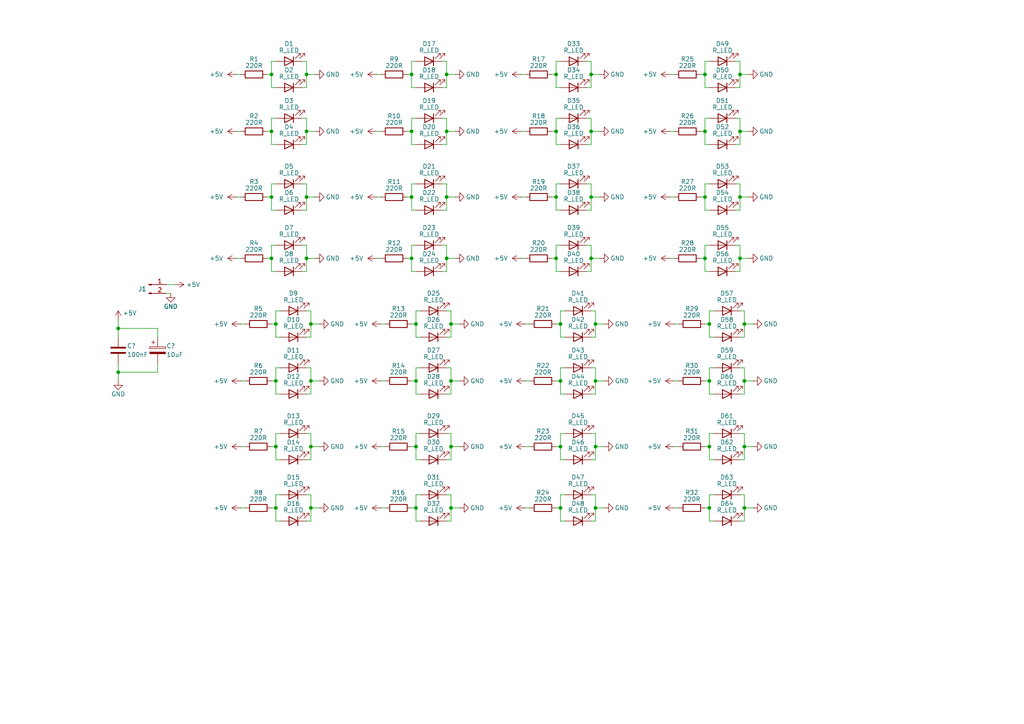
<source format=kicad_sch>
(kicad_sch (version 20231120) (generator "eeschema") (generator_version "8.0")
  (paper "A4")
  (junction (at 88.9 74.93))
  (junction (at 90.17 93.98))
  (junction (at 205.74 110.49))
  (junction (at 129.54 38.1))
  (junction (at 172.72 93.98))
  (junction (at 214.63 57.15))
  (junction (at 34.29 95.25))
  (junction (at 204.47 57.15))
  (junction (at 78.74 38.1))
  (junction (at 204.47 74.93))
  (junction (at 172.72 147.32))
  (junction (at 162.56 93.98))
  (junction (at 90.17 147.32))
  (junction (at 88.9 38.1))
  (junction (at 34.29 107.95))
  (junction (at 78.74 21.59))
  (junction (at 129.54 74.93))
  (junction (at 205.74 129.54))
  (junction (at 204.47 21.59))
  (junction (at 215.9 147.32))
  (junction (at 119.38 57.15))
  (junction (at 214.63 38.1))
  (junction (at 172.72 110.49))
  (junction (at 214.63 21.59))
  (junction (at 130.81 147.32))
  (junction (at 80.01 147.32))
  (junction (at 161.29 57.15))
  (junction (at 205.74 93.98))
  (junction (at 171.45 57.15))
  (junction (at 88.9 57.15))
  (junction (at 161.29 38.1))
  (junction (at 162.56 110.49))
  (junction (at 90.17 110.49))
  (junction (at 119.38 21.59))
  (junction (at 161.29 74.93))
  (junction (at 120.65 93.98))
  (junction (at 80.01 129.54))
  (junction (at 171.45 38.1))
  (junction (at 129.54 21.59))
  (junction (at 162.56 147.32))
  (junction (at 214.63 74.93))
  (junction (at 120.65 147.32))
  (junction (at 215.9 129.54))
  (junction (at 80.01 93.98))
  (junction (at 161.29 21.59))
  (junction (at 205.74 147.32))
  (junction (at 171.45 74.93))
  (junction (at 130.81 110.49))
  (junction (at 119.38 38.1))
  (junction (at 215.9 93.98))
  (junction (at 130.81 93.98))
  (junction (at 119.38 74.93))
  (junction (at 172.72 129.54))
  (junction (at 171.45 21.59))
  (junction (at 215.9 110.49))
  (junction (at 90.17 129.54))
  (junction (at 162.56 129.54))
  (junction (at 204.47 38.1))
  (junction (at 78.74 57.15))
  (junction (at 120.65 129.54))
  (junction (at 129.54 57.15))
  (junction (at 130.81 129.54))
  (junction (at 120.65 110.49))
  (junction (at 80.01 110.49))
  (junction (at 88.9 21.59))
  (junction (at 78.74 74.93))
  (wire (pts (xy 34.29 95.25) (xy 34.29 97.79)))
  (wire (pts (xy 129.54 41.91) (xy 128.27 41.91)))
  (wire (pts (xy 88.9 34.29) (xy 87.63 34.29)))
  (wire (pts (xy 80.01 93.98) (xy 80.01 97.79)))
  (wire (pts (xy 162.56 114.3) (xy 163.83 114.3)))
  (wire (pts (xy 130.81 93.98) (xy 133.35 93.98)))
  (wire (pts (xy 204.47 25.4) (xy 205.74 25.4)))
  (wire (pts (xy 204.47 57.15) (xy 204.47 53.34)))
  (wire (pts (xy 119.38 71.12) (xy 120.65 71.12)))
  (wire (pts (xy 205.74 129.54) (xy 205.74 125.73)))
  (wire (pts (xy 205.74 90.17) (xy 207.01 90.17)))
  (wire (pts (xy 214.63 53.34) (xy 213.36 53.34)))
  (wire (pts (xy 120.65 110.49) (xy 120.65 106.68)))
  (wire (pts (xy 80.01 147.32) (xy 80.01 143.51)))
  (wire (pts (xy 130.81 97.79) (xy 129.54 97.79)))
  (wire (pts (xy 172.72 114.3) (xy 171.45 114.3)))
  (wire (pts (xy 119.38 41.91) (xy 120.65 41.91)))
  (wire (pts (xy 34.29 92.71) (xy 34.29 95.25)))
  (wire (pts (xy 171.45 57.15) (xy 171.45 53.34)))
  (wire (pts (xy 129.54 71.12) (xy 128.27 71.12)))
  (wire (pts (xy 161.29 74.93) (xy 161.29 71.12)))
  (wire (pts (xy 171.45 21.59) (xy 171.45 17.78)))
  (wire (pts (xy 152.4 110.49) (xy 153.67 110.49)))
  (wire (pts (xy 120.65 93.98) (xy 120.65 90.17)))
  (wire (pts (xy 78.74 57.15) (xy 78.74 60.96)))
  (wire (pts (xy 215.9 133.35) (xy 214.63 133.35)))
  (wire (pts (xy 110.49 147.32) (xy 111.76 147.32)))
  (wire (pts (xy 129.54 74.93) (xy 129.54 78.74)))
  (wire (pts (xy 88.9 57.15) (xy 91.44 57.15)))
  (wire (pts (xy 78.74 21.59) (xy 78.74 25.4)))
  (wire (pts (xy 88.9 74.93) (xy 88.9 71.12)))
  (wire (pts (xy 130.81 110.49) (xy 133.35 110.49)))
  (wire (pts (xy 78.74 93.98) (xy 80.01 93.98)))
  (wire (pts (xy 120.65 133.35) (xy 121.92 133.35)))
  (wire (pts (xy 130.81 114.3) (xy 129.54 114.3)))
  (wire (pts (xy 214.63 74.93) (xy 217.17 74.93)))
  (wire (pts (xy 119.38 60.96) (xy 120.65 60.96)))
  (wire (pts (xy 78.74 129.54) (xy 80.01 129.54)))
  (wire (pts (xy 78.74 53.34) (xy 80.01 53.34)))
  (wire (pts (xy 204.47 21.59) (xy 204.47 17.78)))
  (wire (pts (xy 129.54 60.96) (xy 128.27 60.96)))
  (wire (pts (xy 205.74 129.54) (xy 205.74 133.35)))
  (wire (pts (xy 80.01 129.54) (xy 80.01 133.35)))
  (wire (pts (xy 215.9 114.3) (xy 214.63 114.3)))
  (wire (pts (xy 120.65 114.3) (xy 121.92 114.3)))
  (wire (pts (xy 162.56 93.98) (xy 162.56 97.79)))
  (wire (pts (xy 204.47 129.54) (xy 205.74 129.54)))
  (wire (pts (xy 160.02 57.15) (xy 161.29 57.15)))
  (wire (pts (xy 88.9 57.15) (xy 88.9 60.96)))
  (wire (pts (xy 80.01 110.49) (xy 80.01 106.68)))
  (wire (pts (xy 162.56 110.49) (xy 162.56 114.3)))
  (wire (pts (xy 214.63 57.15) (xy 217.17 57.15)))
  (wire (pts (xy 215.9 93.98) (xy 218.44 93.98)))
  (wire (pts (xy 119.38 57.15) (xy 119.38 53.34)))
  (wire (pts (xy 161.29 71.12) (xy 162.56 71.12)))
  (wire (pts (xy 78.74 147.32) (xy 80.01 147.32)))
  (wire (pts (xy 130.81 133.35) (xy 129.54 133.35)))
  (wire (pts (xy 162.56 129.54) (xy 162.56 133.35)))
  (wire (pts (xy 90.17 110.49) (xy 90.17 106.68)))
  (wire (pts (xy 171.45 78.74) (xy 170.18 78.74)))
  (wire (pts (xy 120.65 147.32) (xy 120.65 151.13)))
  (wire (pts (xy 171.45 53.34) (xy 170.18 53.34)))
  (wire (pts (xy 119.38 21.59) (xy 119.38 17.78)))
  (wire (pts (xy 90.17 129.54) (xy 90.17 125.73)))
  (wire (pts (xy 172.72 93.98) (xy 172.72 90.17)))
  (wire (pts (xy 90.17 129.54) (xy 90.17 133.35)))
  (wire (pts (xy 214.63 21.59) (xy 214.63 25.4)))
  (wire (pts (xy 69.85 147.32) (xy 71.12 147.32)))
  (wire (pts (xy 119.38 34.29) (xy 120.65 34.29)))
  (wire (pts (xy 204.47 38.1) (xy 204.47 34.29)))
  (wire (pts (xy 129.54 57.15) (xy 129.54 53.34)))
  (wire (pts (xy 129.54 57.15) (xy 132.08 57.15)))
  (wire (pts (xy 130.81 147.32) (xy 130.81 143.51)))
  (wire (pts (xy 88.9 41.91) (xy 87.63 41.91)))
  (wire (pts (xy 90.17 151.13) (xy 88.9 151.13)))
  (wire (pts (xy 205.74 147.32) (xy 205.74 151.13)))
  (wire (pts (xy 130.81 106.68) (xy 129.54 106.68)))
  (wire (pts (xy 120.65 93.98) (xy 120.65 97.79)))
  (wire (pts (xy 172.72 147.32) (xy 175.26 147.32)))
  (wire (pts (xy 129.54 38.1) (xy 129.54 41.91)))
  (wire (pts (xy 88.9 71.12) (xy 87.63 71.12)))
  (wire (pts (xy 214.63 71.12) (xy 213.36 71.12)))
  (wire (pts (xy 161.29 147.32) (xy 162.56 147.32)))
  (wire (pts (xy 161.29 53.34) (xy 162.56 53.34)))
  (wire (pts (xy 119.38 25.4) (xy 120.65 25.4)))
  (wire (pts (xy 161.29 41.91) (xy 162.56 41.91)))
  (wire (pts (xy 120.65 129.54) (xy 120.65 125.73)))
  (wire (pts (xy 109.22 21.59) (xy 110.49 21.59)))
  (wire (pts (xy 204.47 60.96) (xy 205.74 60.96)))
  (wire (pts (xy 78.74 74.93) (xy 78.74 71.12)))
  (wire (pts (xy 215.9 106.68) (xy 214.63 106.68)))
  (wire (pts (xy 172.72 147.32) (xy 172.72 143.51)))
  (wire (pts (xy 120.65 151.13) (xy 121.92 151.13)))
  (wire (pts (xy 78.74 38.1) (xy 78.74 34.29)))
  (wire (pts (xy 80.01 125.73) (xy 81.28 125.73)))
  (wire (pts (xy 80.01 93.98) (xy 80.01 90.17)))
  (wire (pts (xy 119.38 38.1) (xy 119.38 41.91)))
  (wire (pts (xy 80.01 151.13) (xy 81.28 151.13)))
  (wire (pts (xy 130.81 93.98) (xy 130.81 90.17)))
  (wire (pts (xy 34.29 107.95) (xy 34.29 105.41)))
  (wire (pts (xy 214.63 78.74) (xy 213.36 78.74)))
  (wire (pts (xy 161.29 57.15) (xy 161.29 60.96)))
  (wire (pts (xy 160.02 74.93) (xy 161.29 74.93)))
  (wire (pts (xy 152.4 93.98) (xy 153.67 93.98)))
  (wire (pts (xy 151.13 74.93) (xy 152.4 74.93)))
  (wire (pts (xy 69.85 129.54) (xy 71.12 129.54)))
  (wire (pts (xy 205.74 97.79) (xy 207.01 97.79)))
  (wire (pts (xy 204.47 147.32) (xy 205.74 147.32)))
  (wire (pts (xy 78.74 110.49) (xy 80.01 110.49)))
  (wire (pts (xy 215.9 110.49) (xy 215.9 106.68)))
  (wire (pts (xy 90.17 147.32) (xy 90.17 143.51)))
  (wire (pts (xy 130.81 147.32) (xy 133.35 147.32)))
  (wire (pts (xy 214.63 21.59) (xy 217.17 21.59)))
  (wire (pts (xy 129.54 38.1) (xy 129.54 34.29)))
  (wire (pts (xy 90.17 143.51) (xy 88.9 143.51)))
  (wire (pts (xy 119.38 74.93) (xy 119.38 71.12)))
  (wire (pts (xy 215.9 93.98) (xy 215.9 90.17)))
  (wire (pts (xy 204.47 41.91) (xy 205.74 41.91)))
  (wire (pts (xy 194.31 38.1) (xy 195.58 38.1)))
  (wire (pts (xy 171.45 57.15) (xy 171.45 60.96)))
  (wire (pts (xy 214.63 21.59) (xy 214.63 17.78)))
  (wire (pts (xy 171.45 34.29) (xy 170.18 34.29)))
  (wire (pts (xy 119.38 110.49) (xy 120.65 110.49)))
  (wire (pts (xy 90.17 93.98) (xy 92.71 93.98)))
  (wire (pts (xy 129.54 25.4) (xy 128.27 25.4)))
  (wire (pts (xy 120.65 125.73) (xy 121.92 125.73)))
  (wire (pts (xy 161.29 60.96) (xy 162.56 60.96)))
  (wire (pts (xy 161.29 74.93) (xy 161.29 78.74)))
  (wire (pts (xy 129.54 74.93) (xy 132.08 74.93)))
  (wire (pts (xy 171.45 41.91) (xy 170.18 41.91)))
  (wire (pts (xy 80.01 133.35) (xy 81.28 133.35)))
  (wire (pts (xy 172.72 110.49) (xy 175.26 110.49)))
  (wire (pts (xy 118.11 38.1) (xy 119.38 38.1)))
  (wire (pts (xy 88.9 17.78) (xy 87.63 17.78)))
  (wire (pts (xy 195.58 93.98) (xy 196.85 93.98)))
  (wire (pts (xy 172.72 143.51) (xy 171.45 143.51)))
  (wire (pts (xy 110.49 129.54) (xy 111.76 129.54)))
  (wire (pts (xy 203.2 38.1) (xy 204.47 38.1)))
  (wire (pts (xy 171.45 25.4) (xy 170.18 25.4)))
  (wire (pts (xy 162.56 147.32) (xy 162.56 151.13)))
  (wire (pts (xy 194.31 57.15) (xy 195.58 57.15)))
  (wire (pts (xy 50.8 82.55) (xy 48.26 82.55)))
  (wire (pts (xy 80.01 106.68) (xy 81.28 106.68)))
  (wire (pts (xy 68.58 21.59) (xy 69.85 21.59)))
  (wire (pts (xy 161.29 38.1) (xy 161.29 34.29)))
  (wire (pts (xy 130.81 110.49) (xy 130.81 114.3)))
  (wire (pts (xy 119.38 21.59) (xy 119.38 25.4)))
  (wire (pts (xy 129.54 78.74) (xy 128.27 78.74)))
  (wire (pts (xy 172.72 93.98) (xy 172.72 97.79)))
  (wire (pts (xy 214.63 60.96) (xy 213.36 60.96)))
  (wire (pts (xy 119.38 74.93) (xy 119.38 78.74)))
  (wire (pts (xy 215.9 129.54) (xy 215.9 125.73)))
  (wire (pts (xy 215.9 93.98) (xy 215.9 97.79)))
  (wire (pts (xy 78.74 17.78) (xy 80.01 17.78)))
  (wire (pts (xy 171.45 57.15) (xy 173.99 57.15)))
  (wire (pts (xy 110.49 110.49) (xy 111.76 110.49)))
  (wire (pts (xy 205.74 110.49) (xy 205.74 114.3)))
  (wire (pts (xy 78.74 25.4) (xy 80.01 25.4)))
  (wire (pts (xy 49.53 85.09) (xy 48.26 85.09)))
  (wire (pts (xy 110.49 93.98) (xy 111.76 93.98)))
  (wire (pts (xy 129.54 21.59) (xy 132.08 21.59)))
  (wire (pts (xy 78.74 41.91) (xy 80.01 41.91)))
  (wire (pts (xy 119.38 78.74) (xy 120.65 78.74)))
  (wire (pts (xy 205.74 114.3) (xy 207.01 114.3)))
  (wire (pts (xy 214.63 38.1) (xy 214.63 41.91)))
  (wire (pts (xy 162.56 93.98) (xy 162.56 90.17)))
  (wire (pts (xy 215.9 147.32) (xy 218.44 147.32)))
  (wire (pts (xy 214.63 38.1) (xy 214.63 34.29)))
  (wire (pts (xy 90.17 147.32) (xy 92.71 147.32)))
  (wire (pts (xy 119.38 147.32) (xy 120.65 147.32)))
  (wire (pts (xy 171.45 38.1) (xy 171.45 34.29)))
  (wire (pts (xy 90.17 90.17) (xy 88.9 90.17)))
  (wire (pts (xy 215.9 97.79) (xy 214.63 97.79)))
  (wire (pts (xy 151.13 57.15) (xy 152.4 57.15)))
  (wire (pts (xy 171.45 60.96) (xy 170.18 60.96)))
  (wire (pts (xy 204.47 71.12) (xy 205.74 71.12)))
  (wire (pts (xy 205.74 93.98) (xy 205.74 90.17)))
  (wire (pts (xy 205.74 110.49) (xy 205.74 106.68)))
  (wire (pts (xy 162.56 133.35) (xy 163.83 133.35)))
  (wire (pts (xy 118.11 21.59) (xy 119.38 21.59)))
  (wire (pts (xy 90.17 125.73) (xy 88.9 125.73)))
  (wire (pts (xy 204.47 78.74) (xy 205.74 78.74)))
  (wire (pts (xy 161.29 38.1) (xy 161.29 41.91)))
  (wire (pts (xy 129.54 21.59) (xy 129.54 17.78)))
  (wire (pts (xy 215.9 147.32) (xy 215.9 143.51)))
  (wire (pts (xy 214.63 57.15) (xy 214.63 53.34)))
  (wire (pts (xy 119.38 57.15) (xy 119.38 60.96)))
  (wire (pts (xy 162.56 129.54) (xy 162.56 125.73)))
  (wire (pts (xy 130.81 90.17) (xy 129.54 90.17)))
  (wire (pts (xy 90.17 106.68) (xy 88.9 106.68)))
  (wire (pts (xy 214.63 74.93) (xy 214.63 78.74)))
  (wire (pts (xy 78.74 38.1) (xy 78.74 41.91)))
  (wire (pts (xy 214.63 17.78) (xy 213.36 17.78)))
  (wire (pts (xy 215.9 110.49) (xy 215.9 114.3)))
  (wire (pts (xy 172.72 133.35) (xy 171.45 133.35)))
  (wire (pts (xy 214.63 38.1) (xy 217.17 38.1)))
  (wire (pts (xy 172.72 129.54) (xy 172.72 125.73)))
  (wire (pts (xy 130.81 129.54) (xy 130.81 133.35)))
  (wire (pts (xy 119.38 93.98) (xy 120.65 93.98)))
  (wire (pts (xy 214.63 74.93) (xy 214.63 71.12)))
  (wire (pts (xy 215.9 151.13) (xy 214.63 151.13)))
  (wire (pts (xy 204.47 57.15) (xy 204.47 60.96)))
  (wire (pts (xy 129.54 53.34) (xy 128.27 53.34)))
  (wire (pts (xy 161.29 129.54) (xy 162.56 129.54)))
  (wire (pts (xy 120.65 106.68) (xy 121.92 106.68)))
  (wire (pts (xy 78.74 57.15) (xy 78.74 53.34)))
  (wire (pts (xy 120.65 147.32) (xy 120.65 143.51)))
  (wire (pts (xy 203.2 21.59) (xy 204.47 21.59)))
  (wire (pts (xy 205.74 93.98) (xy 205.74 97.79)))
  (wire (pts (xy 120.65 97.79) (xy 121.92 97.79)))
  (wire (pts (xy 69.85 93.98) (xy 71.12 93.98)))
  (wire (pts (xy 203.2 74.93) (xy 204.47 74.93)))
  (wire (pts (xy 161.29 21.59) (xy 161.29 25.4)))
  (wire (pts (xy 88.9 38.1) (xy 88.9 41.91)))
  (wire (pts (xy 161.29 110.49) (xy 162.56 110.49)))
  (wire (pts (xy 172.72 125.73) (xy 171.45 125.73)))
  (wire (pts (xy 215.9 129.54) (xy 215.9 133.35)))
  (wire (pts (xy 160.02 21.59) (xy 161.29 21.59)))
  (wire (pts (xy 152.4 129.54) (xy 153.67 129.54)))
  (wire (pts (xy 204.47 74.93) (xy 204.47 71.12)))
  (wire (pts (xy 161.29 17.78) (xy 162.56 17.78)))
  (wire (pts (xy 204.47 17.78) (xy 205.74 17.78)))
  (wire (pts (xy 130.81 129.54) (xy 130.81 125.73)))
  (wire (pts (xy 171.45 38.1) (xy 173.99 38.1)))
  (wire (pts (xy 129.54 57.15) (xy 129.54 60.96)))
  (wire (pts (xy 172.72 110.49) (xy 172.72 106.68)))
  (wire (pts (xy 160.02 38.1) (xy 161.29 38.1)))
  (wire (pts (xy 90.17 97.79) (xy 88.9 97.79)))
  (wire (pts (xy 172.72 97.79) (xy 171.45 97.79)))
  (wire (pts (xy 162.56 106.68) (xy 163.83 106.68)))
  (wire (pts (xy 118.11 74.93) (xy 119.38 74.93)))
  (wire (pts (xy 129.54 17.78) (xy 128.27 17.78)))
  (wire (pts (xy 172.72 93.98) (xy 175.26 93.98)))
  (wire (pts (xy 129.54 21.59) (xy 129.54 25.4)))
  (wire (pts (xy 34.29 107.95) (xy 45.72 107.95)))
  (wire (pts (xy 215.9 143.51) (xy 214.63 143.51)))
  (wire (pts (xy 203.2 57.15) (xy 204.47 57.15)))
  (wire (pts (xy 90.17 110.49) (xy 90.17 114.3)))
  (wire (pts (xy 172.72 110.49) (xy 172.72 114.3)))
  (wire (pts (xy 45.72 97.79) (xy 45.72 95.25)))
  (wire (pts (xy 80.01 97.79) (xy 81.28 97.79)))
  (wire (pts (xy 88.9 21.59) (xy 88.9 17.78)))
  (wire (pts (xy 119.38 53.34) (xy 120.65 53.34)))
  (wire (pts (xy 88.9 53.34) (xy 87.63 53.34)))
  (wire (pts (xy 205.74 147.32) (xy 205.74 143.51)))
  (wire (pts (xy 215.9 90.17) (xy 214.63 90.17)))
  (wire (pts (xy 68.58 38.1) (xy 69.85 38.1)))
  (wire (pts (xy 161.29 57.15) (xy 161.29 53.34)))
  (wire (pts (xy 171.45 71.12) (xy 170.18 71.12)))
  (wire (pts (xy 195.58 147.32) (xy 196.85 147.32)))
  (wire (pts (xy 90.17 110.49) (xy 92.71 110.49)))
  (wire (pts (xy 162.56 143.51) (xy 163.83 143.51)))
  (wire (pts (xy 118.11 57.15) (xy 119.38 57.15)))
  (wire (pts (xy 172.72 106.68) (xy 171.45 106.68)))
  (wire (pts (xy 204.47 38.1) (xy 204.47 41.91)))
  (wire (pts (xy 119.38 17.78) (xy 120.65 17.78)))
  (wire (pts (xy 162.56 90.17) (xy 163.83 90.17)))
  (wire (pts (xy 214.63 34.29) (xy 213.36 34.29)))
  (wire (pts (xy 109.22 57.15) (xy 110.49 57.15)))
  (wire (pts (xy 78.74 71.12) (xy 80.01 71.12)))
  (wire (pts (xy 88.9 21.59) (xy 91.44 21.59)))
  (wire (pts (xy 162.56 97.79) (xy 163.83 97.79)))
  (wire (pts (xy 130.81 143.51) (xy 129.54 143.51)))
  (wire (pts (xy 130.81 110.49) (xy 130.81 106.68)))
  (wire (pts (xy 171.45 74.93) (xy 171.45 78.74)))
  (wire (pts (xy 77.47 74.93) (xy 78.74 74.93)))
  (wire (pts (xy 195.58 129.54) (xy 196.85 129.54)))
  (wire (pts (xy 109.22 74.93) (xy 110.49 74.93)))
  (wire (pts (xy 172.72 90.17) (xy 171.45 90.17)))
  (wire (pts (xy 215.9 110.49) (xy 218.44 110.49)))
  (wire (pts (xy 161.29 34.29) (xy 162.56 34.29)))
  (wire (pts (xy 129.54 38.1) (xy 132.08 38.1)))
  (wire (pts (xy 215.9 147.32) (xy 215.9 151.13)))
  (wire (pts (xy 151.13 21.59) (xy 152.4 21.59)))
  (wire (pts (xy 77.47 57.15) (xy 78.74 57.15)))
  (wire (pts (xy 88.9 38.1) (xy 88.9 34.29)))
  (wire (pts (xy 78.74 74.93) (xy 78.74 78.74)))
  (wire (pts (xy 205.74 133.35) (xy 207.01 133.35)))
  (wire (pts (xy 161.29 93.98) (xy 162.56 93.98)))
  (wire (pts (xy 161.29 25.4) (xy 162.56 25.4)))
  (wire (pts (xy 205.74 106.68) (xy 207.01 106.68)))
  (wire (pts (xy 34.29 110.49) (xy 34.29 107.95)))
  (wire (pts (xy 78.74 21.59) (xy 78.74 17.78)))
  (wire (pts (xy 80.01 143.51) (xy 81.28 143.51)))
  (wire (pts (xy 172.72 129.54) (xy 172.72 133.35)))
  (wire (pts (xy 68.58 57.15) (xy 69.85 57.15)))
  (wire (pts (xy 90.17 129.54) (xy 92.71 129.54)))
  (wire (pts (xy 171.45 74.93) (xy 173.99 74.93)))
  (wire (pts (xy 80.01 147.32) (xy 80.01 151.13)))
  (wire (pts (xy 119.38 129.54) (xy 120.65 129.54)))
  (wire (pts (xy 90.17 147.32) (xy 90.17 151.13)))
  (wire (pts (xy 90.17 133.35) (xy 88.9 133.35)))
  (wire (pts (xy 172.72 129.54) (xy 175.26 129.54)))
  (wire (pts (xy 129.54 34.29) (xy 128.27 34.29)))
  (wire (pts (xy 205.74 125.73) (xy 207.01 125.73)))
  (wire (pts (xy 34.29 95.25) (xy 45.72 95.25)))
  (wire (pts (xy 119.38 38.1) (xy 119.38 34.29)))
  (wire (pts (xy 161.29 78.74) (xy 162.56 78.74)))
  (wire (pts (xy 215.9 129.54) (xy 218.44 129.54)))
  (wire (pts (xy 78.74 60.96) (xy 80.01 60.96)))
  (wire (pts (xy 109.22 38.1) (xy 110.49 38.1)))
  (wire (pts (xy 88.9 78.74) (xy 87.63 78.74)))
  (wire (pts (xy 171.45 74.93) (xy 171.45 71.12)))
  (wire (pts (xy 120.65 90.17) (xy 121.92 90.17)))
  (wire (pts (xy 120.65 143.51) (xy 121.92 143.51)))
  (wire (pts (xy 80.01 110.49) (xy 80.01 114.3)))
  (wire (pts (xy 205.74 143.51) (xy 207.01 143.51)))
  (wire (pts (xy 120.65 110.49) (xy 120.65 114.3)))
  (wire (pts (xy 129.54 74.93) (xy 129.54 71.12)))
  (wire (pts (xy 215.9 125.73) (xy 214.63 125.73)))
  (wire (pts (xy 204.47 110.49) (xy 205.74 110.49)))
  (wire (pts (xy 162.56 110.49) (xy 162.56 106.68)))
  (wire (pts (xy 214.63 57.15) (xy 214.63 60.96)))
  (wire (pts (xy 88.9 74.93) (xy 91.44 74.93)))
  (wire (pts (xy 80.01 90.17) (xy 81.28 90.17)))
  (wire (pts (xy 171.45 21.59) (xy 173.99 21.59)))
  (wire (pts (xy 88.9 25.4) (xy 87.63 25.4)))
  (wire (pts (xy 204.47 34.29) (xy 205.74 34.29)))
  (wire (pts (xy 151.13 38.1) (xy 152.4 38.1)))
  (wire (pts (xy 88.9 74.93) (xy 88.9 78.74)))
  (wire (pts (xy 130.81 147.32) (xy 130.81 151.13)))
  (wire (pts (xy 214.63 25.4) (xy 213.36 25.4)))
  (wire (pts (xy 195.58 110.49) (xy 196.85 110.49)))
  (wire (pts (xy 204.47 93.98) (xy 205.74 93.98)))
  (wire (pts (xy 194.31 74.93) (xy 195.58 74.93)))
  (wire (pts (xy 204.47 21.59) (xy 204.47 25.4)))
  (wire (pts (xy 204.47 53.34) (xy 205.74 53.34)))
  (wire (pts (xy 162.56 125.73) (xy 163.83 125.73)))
  (wire (pts (xy 78.74 78.74) (xy 80.01 78.74)))
  (wire (pts (xy 162.56 151.13) (xy 163.83 151.13)))
  (wire (pts (xy 78.74 34.29) (xy 80.01 34.29)))
  (wire (pts (xy 171.45 38.1) (xy 171.45 41.91)))
  (wire (pts (xy 152.4 147.32) (xy 153.67 147.32)))
  (wire (pts (xy 77.47 21.59) (xy 78.74 21.59)))
  (wire (pts (xy 69.85 110.49) (xy 71.12 110.49)))
  (wire (pts (xy 77.47 38.1) (xy 78.74 38.1)))
  (wire (pts (xy 130.81 151.13) (xy 129.54 151.13)))
  (wire (pts (xy 68.58 74.93) (xy 69.85 74.93)))
  (wire (pts (xy 161.29 21.59) (xy 161.29 17.78)))
  (wire (pts (xy 171.45 21.59) (xy 171.45 25.4)))
  (wire (pts (xy 130.81 129.54) (xy 133.35 129.54)))
  (wire (pts (xy 90.17 93.98) (xy 90.17 90.17)))
  (wire (pts (xy 90.17 114.3) (xy 88.9 114.3)))
  (wire (pts (xy 88.9 57.15) (xy 88.9 53.34)))
  (wire (pts (xy 120.65 129.54) (xy 120.65 133.35)))
  (wire (pts (xy 80.01 129.54) (xy 80.01 125.73)))
  (wire (pts (xy 205.74 151.13) (xy 207.01 151.13)))
  (wire (pts (xy 162.56 147.32) (xy 162.56 143.51)))
  (wire (pts (xy 204.47 74.93) (xy 204.47 78.74)))
  (wire (pts (xy 80.01 114.3) (xy 81.28 114.3)))
  (wire (pts (xy 88.9 60.96) (xy 87.63 60.96)))
  (wire (pts (xy 214.63 41.91) (xy 213.36 41.91)))
  (wire (pts (xy 45.72 105.41) (xy 45.72 107.95)))
  (wire (pts (xy 88.9 38.1) (xy 91.44 38.1)))
  (wire (pts (xy 171.45 17.78) (xy 170.18 17.78)))
  (wire (pts (xy 172.72 151.13) (xy 171.45 151.13)))
  (wire (pts (xy 90.17 93.98) (xy 90.17 97.79)))
  (wire (pts (xy 172.72 147.32) (xy 172.72 151.13)))
  (wire (pts (xy 130.81 93.98) (xy 130.81 97.79)))
  (wire (pts (xy 194.31 21.59) (xy 195.58 21.59)))
  (wire (pts (xy 88.9 21.59) (xy 88.9 25.4)))
  (wire (pts (xy 130.81 125.73) (xy 129.54 125.73)))
  (symbol (lib_id "Device:R") (at 114.3 38.1 90) (unit 1)
    (property "Reference" "R10" (at 114.3 33.655 90))
    (property "Value" "220R" (at 114.3 35.56 90))
    (property "Footprint" "Resistor_SMD:R_0805_2012Metric_Pad1.20x1.40mm_HandSolder" (effects (hide yes)))
    (property "Description" "Resistor" (effects (hide yes)))
  )
  (symbol (lib_id "Device:R") (at 74.93 129.54 90) (unit 1)
    (property "Reference" "R7" (at 74.93 125.095 90))
    (property "Value" "220R" (at 74.93 127 90))
    (property "Footprint" "Resistor_SMD:R_0805_2012Metric_Pad1.20x1.40mm_HandSolder" (effects (hide yes)))
    (property "Description" "Resistor" (effects (hide yes)))
  )
  (symbol (lib_id "Device:LED") (at 167.64 106.68 180) (unit 1)
    (property "Reference" "D43" (at 167.64 101.6 0))
    (property "Value" "R_LED" (at 167.64 103.505 0))
    (property "Footprint" "LED_SMD:LED_0805_2012Metric_Pad1.15x1.40mm_HandSolder" (effects (hide yes)))
    (property "Description" "Light emitting diode" (effects (hide yes)))
  )
  (symbol (lib_id "power:GND") (at 91.44 57.15 90) (unit 1)
    (property "Reference" "#PWR013" (effects (hide yes)))
    (property "Value" "GND" (at 96.52 57.15 90))
    (property "Description" "Power symbol creates a global label with name \"GND\" , ground" (effects (hide yes)))
  )
  (symbol (lib_id "Device:LED") (at 209.55 78.74 180) (unit 1)
    (property "Reference" "D56" (at 209.55 73.66 0))
    (property "Value" "R_LED" (at 209.55 75.565 0))
    (property "Footprint" "LED_SMD:LED_0805_2012Metric_Pad1.15x1.40mm_HandSolder" (effects (hide yes)))
    (property "Description" "Light emitting diode" (effects (hide yes)))
  )
  (symbol (lib_id "power:GND") (at 132.08 38.1 90) (unit 1)
    (property "Reference" "#PWR028" (effects (hide yes)))
    (property "Value" "GND" (at 137.16 38.1 90))
    (property "Description" "Power symbol creates a global label with name \"GND\" , ground" (effects (hide yes)))
  )
  (symbol (lib_id "Device:LED") (at 209.55 60.96 180) (unit 1)
    (property "Reference" "D54" (at 209.55 55.88 0))
    (property "Value" "R_LED" (at 209.55 57.785 0))
    (property "Footprint" "LED_SMD:LED_0805_2012Metric_Pad1.15x1.40mm_HandSolder" (effects (hide yes)))
    (property "Description" "Light emitting diode" (effects (hide yes)))
  )
  (symbol (lib_id "Device:LED") (at 85.09 151.13 180) (unit 1)
    (property "Reference" "D16" (at 85.09 146.05 0))
    (property "Value" "R_LED" (at 85.09 147.955 0))
    (property "Footprint" "LED_SMD:LED_0805_2012Metric_Pad1.15x1.40mm_HandSolder" (effects (hide yes)))
    (property "Description" "Light emitting diode" (effects (hide yes)))
  )
  (symbol (lib_id "Device:R") (at 157.48 147.32 90) (unit 1)
    (property "Reference" "R24" (at 157.48 142.875 90))
    (property "Value" "220R" (at 157.48 144.78 90))
    (property "Footprint" "Resistor_SMD:R_0805_2012Metric_Pad1.20x1.40mm_HandSolder" (effects (hide yes)))
    (property "Description" "Resistor" (effects (hide yes)))
  )
  (symbol (lib_id "Device:R") (at 114.3 57.15 90) (unit 1)
    (property "Reference" "R11" (at 114.3 52.705 90))
    (property "Value" "220R" (at 114.3 54.61 90))
    (property "Footprint" "Resistor_SMD:R_0805_2012Metric_Pad1.20x1.40mm_HandSolder" (effects (hide yes)))
    (property "Description" "Resistor" (effects (hide yes)))
  )
  (symbol (lib_id "Device:R") (at 74.93 147.32 90) (unit 1)
    (property "Reference" "R8" (at 74.93 142.875 90))
    (property "Value" "220R" (at 74.93 144.78 90))
    (property "Footprint" "Resistor_SMD:R_0805_2012Metric_Pad1.20x1.40mm_HandSolder" (effects (hide yes)))
    (property "Description" "Resistor" (effects (hide yes)))
  )
  (symbol (lib_id "power:GND") (at 133.35 147.32 90) (unit 1)
    (property "Reference" "#PWR034" (effects (hide yes)))
    (property "Value" "GND" (at 138.43 147.32 90))
    (property "Description" "Power symbol creates a global label with name \"GND\" , ground" (effects (hide yes)))
  )
  (symbol (lib_id "power:GND") (at 133.35 129.54 90) (unit 1)
    (property "Reference" "#PWR033" (effects (hide yes)))
    (property "Value" "GND" (at 138.43 129.54 90))
    (property "Description" "Power symbol creates a global label with name \"GND\" , ground" (effects (hide yes)))
  )
  (symbol (lib_id "Device:R") (at 115.57 147.32 90) (unit 1)
    (property "Reference" "R16" (at 115.57 142.875 90))
    (property "Value" "220R" (at 115.57 144.78 90))
    (property "Footprint" "Resistor_SMD:R_0805_2012Metric_Pad1.20x1.40mm_HandSolder" (effects (hide yes)))
    (property "Description" "Resistor" (effects (hide yes)))
  )
  (symbol (lib_id "Device:LED") (at 83.82 53.34 180) (unit 1)
    (property "Reference" "D5" (at 83.82 48.26 0))
    (property "Value" "R_LED" (at 83.82 50.165 0))
    (property "Footprint" "LED_SMD:LED_0805_2012Metric_Pad1.15x1.40mm_HandSolder" (effects (hide yes)))
    (property "Description" "Light emitting diode" (effects (hide yes)))
  )
  (symbol (lib_id "Device:R") (at 156.21 74.93 90) (unit 1)
    (property "Reference" "R20" (at 156.21 70.485 90))
    (property "Value" "220R" (at 156.21 72.39 90))
    (property "Footprint" "Resistor_SMD:R_0805_2012Metric_Pad1.20x1.40mm_HandSolder" (effects (hide yes)))
    (property "Description" "Resistor" (effects (hide yes)))
  )
  (symbol (lib_id "power:+5V") (at 151.13 21.59 90) (unit 1)
    (property "Reference" "#PWR035" (effects (hide yes)))
    (property "Value" "+5V" (at 147.32 21.5899 90) (effects (justify left)))
    (property "Description" "Power symbol creates a global label with name \"+5V\"" (effects (hide yes)))
  )
  (symbol (lib_id "Device:R") (at 115.57 110.49 90) (unit 1)
    (property "Reference" "R14" (at 115.57 106.045 90))
    (property "Value" "220R" (at 115.57 107.95 90))
    (property "Footprint" "Resistor_SMD:R_0805_2012Metric_Pad1.20x1.40mm_HandSolder" (effects (hide yes)))
    (property "Description" "Resistor" (effects (hide yes)))
  )
  (symbol (lib_id "Device:LED") (at 124.46 60.96 180) (unit 1)
    (property "Reference" "D22" (at 124.46 55.88 0))
    (property "Value" "R_LED" (at 124.46 57.785 0))
    (property "Footprint" "LED_SMD:LED_0805_2012Metric_Pad1.15x1.40mm_HandSolder" (effects (hide yes)))
    (property "Description" "Light emitting diode" (effects (hide yes)))
  )
  (symbol (lib_id "Device:LED") (at 85.09 90.17 180) (unit 1)
    (property "Reference" "D9" (at 85.09 85.09 0))
    (property "Value" "R_LED" (at 85.09 86.995 0))
    (property "Footprint" "LED_SMD:LED_0805_2012Metric_Pad1.15x1.40mm_HandSolder" (effects (hide yes)))
    (property "Description" "Light emitting diode" (effects (hide yes)))
  )
  (symbol (lib_id "power:+5V") (at 69.85 93.98 90) (unit 1)
    (property "Reference" "#PWR07" (effects (hide yes)))
    (property "Value" "+5V" (at 66.04 93.9799 90) (effects (justify left)))
    (property "Description" "Power symbol creates a global label with name \"+5V\"" (effects (hide yes)))
  )
  (symbol (lib_id "power:GND") (at 218.44 93.98 90) (unit 1)
    (property "Reference" "#PWR063" (effects (hide yes)))
    (property "Value" "GND" (at 223.52 93.98 90))
    (property "Description" "Power symbol creates a global label with name \"GND\" , ground" (effects (hide yes)))
  )
  (symbol (lib_id "Device:R") (at 115.57 129.54 90) (unit 1)
    (property "Reference" "R15" (at 115.57 125.095 90))
    (property "Value" "220R" (at 115.57 127 90))
    (property "Footprint" "Resistor_SMD:R_0805_2012Metric_Pad1.20x1.40mm_HandSolder" (effects (hide yes)))
    (property "Description" "Resistor" (effects (hide yes)))
  )
  (symbol (lib_id "Device:C") (at 34.29 101.6 0) (unit 1)
    (property "Reference" "C?" (at 36.83 100.33 0) (effects (justify left)))
    (property "Value" "100nF" (at 36.83 102.87 0) (effects (justify left)))
    (property "Footprint" "Capacitor_SMD:C_0805_2012Metric_Pad1.18x1.45mm_HandSolder" (effects (hide yes)))
    (property "Description" "Unpolarized capacitor" (effects (hide yes)))
  )
  (symbol (lib_id "Device:LED") (at 166.37 17.78 180) (unit 1)
    (property "Reference" "D33" (at 166.37 12.7 0))
    (property "Value" "R_LED" (at 166.37 14.605 0))
    (property "Footprint" "LED_SMD:LED_0805_2012Metric_Pad1.15x1.40mm_HandSolder" (effects (hide yes)))
    (property "Description" "Light emitting diode" (effects (hide yes)))
  )
  (symbol (lib_id "Device:C_Polarized") (at 45.72 101.6 0) (unit 1)
    (property "Reference" "C?" (at 48.26 100.33 0) (effects (justify left)))
    (property "Value" "10uF" (at 48.26 102.87 0) (effects (justify left)))
    (property "Footprint" "Capacitor_Tantalum_SMD:CP_EIA-3216-18_Kemet-A_Pad1.58x1.35mm_HandSolder" (effects (hide yes)))
    (property "Description" "Polarized capacitor" (effects (hide yes)))
  )
  (symbol (lib_id "Device:LED") (at 166.37 71.12 180) (unit 1)
    (property "Reference" "D39" (at 166.37 66.04 0))
    (property "Value" "R_LED" (at 166.37 67.945 0))
    (property "Footprint" "LED_SMD:LED_0805_2012Metric_Pad1.15x1.40mm_HandSolder" (effects (hide yes)))
    (property "Description" "Light emitting diode" (effects (hide yes)))
  )
  (symbol (lib_id "Device:LED") (at 85.09 125.73 180) (unit 1)
    (property "Reference" "D13" (at 85.09 120.65 0))
    (property "Value" "R_LED" (at 85.09 122.555 0))
    (property "Footprint" "LED_SMD:LED_0805_2012Metric_Pad1.15x1.40mm_HandSolder" (effects (hide yes)))
    (property "Description" "Light emitting diode" (effects (hide yes)))
  )
  (symbol (lib_id "Device:LED") (at 166.37 60.96 180) (unit 1)
    (property "Reference" "D38" (at 166.37 55.88 0))
    (property "Value" "R_LED" (at 166.37 57.785 0))
    (property "Footprint" "LED_SMD:LED_0805_2012Metric_Pad1.15x1.40mm_HandSolder" (effects (hide yes)))
    (property "Description" "Light emitting diode" (effects (hide yes)))
  )
  (symbol (lib_id "power:+5V") (at 68.58 21.59 90) (unit 1)
    (property "Reference" "#PWR03" (effects (hide yes)))
    (property "Value" "+5V" (at 64.77 21.5899 90) (effects (justify left)))
    (property "Description" "Power symbol creates a global label with name \"+5V\"" (effects (hide yes)))
  )
  (symbol (lib_id "power:+5V") (at 68.58 38.1 90) (unit 1)
    (property "Reference" "#PWR04" (effects (hide yes)))
    (property "Value" "+5V" (at 64.77 38.0999 90) (effects (justify left)))
    (property "Description" "Power symbol creates a global label with name \"+5V\"" (effects (hide yes)))
  )
  (symbol (lib_id "Device:LED") (at 210.82 143.51 180) (unit 1)
    (property "Reference" "D63" (at 210.82 138.43 0))
    (property "Value" "R_LED" (at 210.82 140.335 0))
    (property "Footprint" "LED_SMD:LED_0805_2012Metric_Pad1.15x1.40mm_HandSolder" (effects (hide yes)))
    (property "Description" "Light emitting diode" (effects (hide yes)))
  )
  (symbol (lib_id "Device:LED") (at 125.73 90.17 180) (unit 1)
    (property "Reference" "D25" (at 125.73 85.09 0))
    (property "Value" "R_LED" (at 125.73 86.995 0))
    (property "Footprint" "LED_SMD:LED_0805_2012Metric_Pad1.15x1.40mm_HandSolder" (effects (hide yes)))
    (property "Description" "Light emitting diode" (effects (hide yes)))
  )
  (symbol (lib_id "power:+5V") (at 151.13 57.15 90) (unit 1)
    (property "Reference" "#PWR037" (effects (hide yes)))
    (property "Value" "+5V" (at 147.32 57.1499 90) (effects (justify left)))
    (property "Description" "Power symbol creates a global label with name \"+5V\"" (effects (hide yes)))
  )
  (symbol (lib_id "power:+5V") (at 109.22 57.15 90) (unit 1)
    (property "Reference" "#PWR021" (effects (hide yes)))
    (property "Value" "+5V" (at 105.41 57.1499 90) (effects (justify left)))
    (property "Description" "Power symbol creates a global label with name \"+5V\"" (effects (hide yes)))
  )
  (symbol (lib_id "Device:LED") (at 124.46 71.12 180) (unit 1)
    (property "Reference" "D23" (at 124.46 66.04 0))
    (property "Value" "R_LED" (at 124.46 67.945 0))
    (property "Footprint" "LED_SMD:LED_0805_2012Metric_Pad1.15x1.40mm_HandSolder" (effects (hide yes)))
    (property "Description" "Light emitting diode" (effects (hide yes)))
  )
  (symbol (lib_id "Device:R") (at 114.3 74.93 90) (unit 1)
    (property "Reference" "R12" (at 114.3 70.485 90))
    (property "Value" "220R" (at 114.3 72.39 90))
    (property "Footprint" "Resistor_SMD:R_0805_2012Metric_Pad1.20x1.40mm_HandSolder" (effects (hide yes)))
    (property "Description" "Resistor" (effects (hide yes)))
  )
  (symbol (lib_id "Device:LED") (at 167.64 151.13 180) (unit 1)
    (property "Reference" "D48" (at 167.64 146.05 0))
    (property "Value" "R_LED" (at 167.64 147.955 0))
    (property "Footprint" "LED_SMD:LED_0805_2012Metric_Pad1.15x1.40mm_HandSolder" (effects (hide yes)))
    (property "Description" "Light emitting diode" (effects (hide yes)))
  )
  (symbol (lib_id "Device:LED") (at 210.82 114.3 180) (unit 1)
    (property "Reference" "D60" (at 210.82 109.22 0))
    (property "Value" "R_LED" (at 210.82 111.125 0))
    (property "Footprint" "LED_SMD:LED_0805_2012Metric_Pad1.15x1.40mm_HandSolder" (effects (hide yes)))
    (property "Description" "Light emitting diode" (effects (hide yes)))
  )
  (symbol (lib_id "Device:LED") (at 85.09 133.35 180) (unit 1)
    (property "Reference" "D14" (at 85.09 128.27 0))
    (property "Value" "R_LED" (at 85.09 130.175 0))
    (property "Footprint" "LED_SMD:LED_0805_2012Metric_Pad1.15x1.40mm_HandSolder" (effects (hide yes)))
    (property "Description" "Light emitting diode" (effects (hide yes)))
  )
  (symbol (lib_id "power:GND") (at 175.26 110.49 90) (unit 1)
    (property "Reference" "#PWR048" (effects (hide yes)))
    (property "Value" "GND" (at 180.34 110.49 90))
    (property "Description" "Power symbol creates a global label with name \"GND\" , ground" (effects (hide yes)))
  )
  (symbol (lib_id "Device:R") (at 157.48 129.54 90) (unit 1)
    (property "Reference" "R23" (at 157.48 125.095 90))
    (property "Value" "220R" (at 157.48 127 90))
    (property "Footprint" "Resistor_SMD:R_0805_2012Metric_Pad1.20x1.40mm_HandSolder" (effects (hide yes)))
    (property "Description" "Resistor" (effects (hide yes)))
  )
  (symbol (lib_id "Device:R") (at 199.39 74.93 90) (unit 1)
    (property "Reference" "R28" (at 199.39 70.485 90))
    (property "Value" "220R" (at 199.39 72.39 90))
    (property "Footprint" "Resistor_SMD:R_0805_2012Metric_Pad1.20x1.40mm_HandSolder" (effects (hide yes)))
    (property "Description" "Resistor" (effects (hide yes)))
  )
  (symbol (lib_id "Device:LED") (at 83.82 34.29 180) (unit 1)
    (property "Reference" "D3" (at 83.82 29.21 0))
    (property "Value" "R_LED" (at 83.82 31.115 0))
    (property "Footprint" "LED_SMD:LED_0805_2012Metric_Pad1.15x1.40mm_HandSolder" (effects (hide yes)))
    (property "Description" "Light emitting diode" (effects (hide yes)))
  )
  (symbol (lib_id "Device:R") (at 156.21 38.1 90) (unit 1)
    (property "Reference" "R18" (at 156.21 33.655 90))
    (property "Value" "220R" (at 156.21 35.56 90))
    (property "Footprint" "Resistor_SMD:R_0805_2012Metric_Pad1.20x1.40mm_HandSolder" (effects (hide yes)))
    (property "Description" "Resistor" (effects (hide yes)))
  )
  (symbol (lib_id "Device:R") (at 73.66 38.1 90) (unit 1)
    (property "Reference" "R2" (at 73.66 33.655 90))
    (property "Value" "220R" (at 73.66 35.56 90))
    (property "Footprint" "Resistor_SMD:R_0805_2012Metric_Pad1.20x1.40mm_HandSolder" (effects (hide yes)))
    (property "Description" "Resistor" (effects (hide yes)))
  )
  (symbol (lib_id "power:+5V") (at 194.31 57.15 90) (unit 1)
    (property "Reference" "#PWR053" (effects (hide yes)))
    (property "Value" "+5V" (at 190.5 57.1499 90) (effects (justify left)))
    (property "Description" "Power symbol creates a global label with name \"+5V\"" (effects (hide yes)))
  )
  (symbol (lib_id "Device:LED") (at 125.73 143.51 180) (unit 1)
    (property "Reference" "D31" (at 125.73 138.43 0))
    (property "Value" "R_LED" (at 125.73 140.335 0))
    (property "Footprint" "LED_SMD:LED_0805_2012Metric_Pad1.15x1.40mm_HandSolder" (effects (hide yes)))
    (property "Description" "Light emitting diode" (effects (hide yes)))
  )
  (symbol (lib_id "Device:LED") (at 125.73 151.13 180) (unit 1)
    (property "Reference" "D32" (at 125.73 146.05 0))
    (property "Value" "R_LED" (at 125.73 147.955 0))
    (property "Footprint" "LED_SMD:LED_0805_2012Metric_Pad1.15x1.40mm_HandSolder" (effects (hide yes)))
    (property "Description" "Light emitting diode" (effects (hide yes)))
  )
  (symbol (lib_id "power:+5V") (at 69.85 147.32 90) (unit 1)
    (property "Reference" "#PWR010" (effects (hide yes)))
    (property "Value" "+5V" (at 66.04 147.3199 90) (effects (justify left)))
    (property "Description" "Power symbol creates a global label with name \"+5V\"" (effects (hide yes)))
  )
  (symbol (lib_id "power:+5V") (at 109.22 21.59 90) (unit 1)
    (property "Reference" "#PWR019" (effects (hide yes)))
    (property "Value" "+5V" (at 105.41 21.5899 90) (effects (justify left)))
    (property "Description" "Power symbol creates a global label with name \"+5V\"" (effects (hide yes)))
  )
  (symbol (lib_id "Device:LED") (at 83.82 78.74 180) (unit 1)
    (property "Reference" "D8" (at 83.82 73.66 0))
    (property "Value" "R_LED" (at 83.82 75.565 0))
    (property "Footprint" "LED_SMD:LED_0805_2012Metric_Pad1.15x1.40mm_HandSolder" (effects (hide yes)))
    (property "Description" "Light emitting diode" (effects (hide yes)))
  )
  (symbol (lib_id "Device:LED") (at 209.55 17.78 180) (unit 1)
    (property "Reference" "D49" (at 209.55 12.7 0))
    (property "Value" "R_LED" (at 209.55 14.605 0))
    (property "Footprint" "LED_SMD:LED_0805_2012Metric_Pad1.15x1.40mm_HandSolder" (effects (hide yes)))
    (property "Description" "Light emitting diode" (effects (hide yes)))
  )
  (symbol (lib_id "power:GND") (at 132.08 21.59 90) (unit 1)
    (property "Reference" "#PWR027" (effects (hide yes)))
    (property "Value" "GND" (at 137.16 21.59 90))
    (property "Description" "Power symbol creates a global label with name \"GND\" , ground" (effects (hide yes)))
  )
  (symbol (lib_id "Device:LED") (at 85.09 106.68 180) (unit 1)
    (property "Reference" "D11" (at 85.09 101.6 0))
    (property "Value" "R_LED" (at 85.09 103.505 0))
    (property "Footprint" "LED_SMD:LED_0805_2012Metric_Pad1.15x1.40mm_HandSolder" (effects (hide yes)))
    (property "Description" "Light emitting diode" (effects (hide yes)))
  )
  (symbol (lib_id "power:GND") (at 91.44 38.1 90) (unit 1)
    (property "Reference" "#PWR012" (effects (hide yes)))
    (property "Value" "GND" (at 96.52 38.1 90))
    (property "Description" "Power symbol creates a global label with name \"GND\" , ground" (effects (hide yes)))
  )
  (symbol (lib_id "power:GND") (at 173.99 38.1 90) (unit 1)
    (property "Reference" "#PWR044" (effects (hide yes)))
    (property "Value" "GND" (at 179.07 38.1 90))
    (property "Description" "Power symbol creates a global label with name \"GND\" , ground" (effects (hide yes)))
  )
  (symbol (lib_id "Device:R") (at 199.39 57.15 90) (unit 1)
    (property "Reference" "R27" (at 199.39 52.705 90))
    (property "Value" "220R" (at 199.39 54.61 90))
    (property "Footprint" "Resistor_SMD:R_0805_2012Metric_Pad1.20x1.40mm_HandSolder" (effects (hide yes)))
    (property "Description" "Resistor" (effects (hide yes)))
  )
  (symbol (lib_id "power:GND") (at 173.99 21.59 90) (unit 1)
    (property "Reference" "#PWR043" (effects (hide yes)))
    (property "Value" "GND" (at 179.07 21.59 90))
    (property "Description" "Power symbol creates a global label with name \"GND\" , ground" (effects (hide yes)))
  )
  (symbol (lib_id "Device:LED") (at 210.82 90.17 180) (unit 1)
    (property "Reference" "D57" (at 210.82 85.09 0))
    (property "Value" "R_LED" (at 210.82 86.995 0))
    (property "Footprint" "LED_SMD:LED_0805_2012Metric_Pad1.15x1.40mm_HandSolder" (effects (hide yes)))
    (property "Description" "Light emitting diode" (effects (hide yes)))
  )
  (symbol (lib_id "power:GND") (at 132.08 74.93 90) (unit 1)
    (property "Reference" "#PWR030" (effects (hide yes)))
    (property "Value" "GND" (at 137.16 74.93 90))
    (property "Description" "Power symbol creates a global label with name \"GND\" , ground" (effects (hide yes)))
  )
  (symbol (lib_id "Device:LED") (at 209.55 41.91 180) (unit 1)
    (property "Reference" "D52" (at 209.55 36.83 0))
    (property "Value" "R_LED" (at 209.55 38.735 0))
    (property "Footprint" "LED_SMD:LED_0805_2012Metric_Pad1.15x1.40mm_HandSolder" (effects (hide yes)))
    (property "Description" "Light emitting diode" (effects (hide yes)))
  )
  (symbol (lib_id "Connector:Conn_01x02_Pin") (at 43.18 82.55 0) (unit 1)
    (property "Reference" "J1" (at 41.275 83.82 0))
    (property "Value" "Conn_01x02_Pin" (effects (hide yes)))
    (property "Footprint" "Schrack_brd:SOLDER_PADS" (effects (hide yes)))
    (property "Description" "Generic connector, single row, 01x02, script generated" (effects (hide yes)))
  )
  (symbol (lib_id "power:+5V") (at 110.49 147.32 90) (unit 1)
    (property "Reference" "#PWR026" (effects (hide yes)))
    (property "Value" "+5V" (at 106.68 147.3199 90) (effects (justify left)))
    (property "Description" "Power symbol creates a global label with name \"+5V\"" (effects (hide yes)))
  )
  (symbol (lib_id "power:GND") (at 217.17 38.1 90) (unit 1)
    (property "Reference" "#PWR060" (effects (hide yes)))
    (property "Value" "GND" (at 222.25 38.1 90))
    (property "Description" "Power symbol creates a global label with name \"GND\" , ground" (effects (hide yes)))
  )
  (symbol (lib_id "power:GND") (at 133.35 110.49 90) (unit 1)
    (property "Reference" "#PWR032" (effects (hide yes)))
    (property "Value" "GND" (at 138.43 110.49 90))
    (property "Description" "Power symbol creates a global label with name \"GND\" , ground" (effects (hide yes)))
  )
  (symbol (lib_id "Device:LED") (at 166.37 53.34 180) (unit 1)
    (property "Reference" "D37" (at 166.37 48.26 0))
    (property "Value" "R_LED" (at 166.37 50.165 0))
    (property "Footprint" "LED_SMD:LED_0805_2012Metric_Pad1.15x1.40mm_HandSolder" (effects (hide yes)))
    (property "Description" "Light emitting diode" (effects (hide yes)))
  )
  (symbol (lib_id "power:GND") (at 218.44 129.54 90) (unit 1)
    (property "Reference" "#PWR065" (effects (hide yes)))
    (property "Value" "GND" (at 223.52 129.54 90))
    (property "Description" "Power symbol creates a global label with name \"GND\" , ground" (effects (hide yes)))
  )
  (symbol (lib_id "Device:LED") (at 166.37 34.29 180) (unit 1)
    (property "Reference" "D35" (at 166.37 29.21 0))
    (property "Value" "R_LED" (at 166.37 31.115 0))
    (property "Footprint" "LED_SMD:LED_0805_2012Metric_Pad1.15x1.40mm_HandSolder" (effects (hide yes)))
    (property "Description" "Light emitting diode" (effects (hide yes)))
  )
  (symbol (lib_id "power:+5V") (at 151.13 38.1 90) (unit 1)
    (property "Reference" "#PWR036" (effects (hide yes)))
    (property "Value" "+5V" (at 147.32 38.0999 90) (effects (justify left)))
    (property "Description" "Power symbol creates a global label with name \"+5V\"" (effects (hide yes)))
  )
  (symbol (lib_id "Device:LED") (at 124.46 34.29 180) (unit 1)
    (property "Reference" "D19" (at 124.46 29.21 0))
    (property "Value" "R_LED" (at 124.46 31.115 0))
    (property "Footprint" "LED_SMD:LED_0805_2012Metric_Pad1.15x1.40mm_HandSolder" (effects (hide yes)))
    (property "Description" "Light emitting diode" (effects (hide yes)))
  )
  (symbol (lib_id "power:+5V") (at 194.31 74.93 90) (unit 1)
    (property "Reference" "#PWR054" (effects (hide yes)))
    (property "Value" "+5V" (at 190.5 74.9299 90) (effects (justify left)))
    (property "Description" "Power symbol creates a global label with name \"+5V\"" (effects (hide yes)))
  )
  (symbol (lib_id "power:+5V") (at 110.49 93.98 90) (unit 1)
    (property "Reference" "#PWR023" (effects (hide yes)))
    (property "Value" "+5V" (at 106.68 93.9799 90) (effects (justify left)))
    (property "Description" "Power symbol creates a global label with name \"+5V\"" (effects (hide yes)))
  )
  (symbol (lib_id "power:GND") (at 133.35 93.98 90) (unit 1)
    (property "Reference" "#PWR031" (effects (hide yes)))
    (property "Value" "GND" (at 138.43 93.98 90))
    (property "Description" "Power symbol creates a global label with name \"GND\" , ground" (effects (hide yes)))
  )
  (symbol (lib_id "Device:LED") (at 167.64 125.73 180) (unit 1)
    (property "Reference" "D45" (at 167.64 120.65 0))
    (property "Value" "R_LED" (at 167.64 122.555 0))
    (property "Footprint" "LED_SMD:LED_0805_2012Metric_Pad1.15x1.40mm_HandSolder" (effects (hide yes)))
    (property "Description" "Light emitting diode" (effects (hide yes)))
  )
  (symbol (lib_id "power:GND") (at 92.71 93.98 90) (unit 1)
    (property "Reference" "#PWR015" (effects (hide yes)))
    (property "Value" "GND" (at 97.79 93.98 90))
    (property "Description" "Power symbol creates a global label with name \"GND\" , ground" (effects (hide yes)))
  )
  (symbol (lib_id "power:GND") (at 218.44 147.32 90) (unit 1)
    (property "Reference" "#PWR066" (effects (hide yes)))
    (property "Value" "GND" (at 223.52 147.32 90))
    (property "Description" "Power symbol creates a global label with name \"GND\" , ground" (effects (hide yes)))
  )
  (symbol (lib_id "Device:R") (at 200.66 110.49 90) (unit 1)
    (property "Reference" "R30" (at 200.66 106.045 90))
    (property "Value" "220R" (at 200.66 107.95 90))
    (property "Footprint" "Resistor_SMD:R_0805_2012Metric_Pad1.20x1.40mm_HandSolder" (effects (hide yes)))
    (property "Description" "Resistor" (effects (hide yes)))
  )
  (symbol (lib_id "Device:LED") (at 125.73 114.3 180) (unit 1)
    (property "Reference" "D28" (at 125.73 109.22 0))
    (property "Value" "R_LED" (at 125.73 111.125 0))
    (property "Footprint" "LED_SMD:LED_0805_2012Metric_Pad1.15x1.40mm_HandSolder" (effects (hide yes)))
    (property "Description" "Light emitting diode" (effects (hide yes)))
  )
  (symbol (lib_id "Device:LED") (at 85.09 143.51 180) (unit 1)
    (property "Reference" "D15" (at 85.09 138.43 0))
    (property "Value" "R_LED" (at 85.09 140.335 0))
    (property "Footprint" "LED_SMD:LED_0805_2012Metric_Pad1.15x1.40mm_HandSolder" (effects (hide yes)))
    (property "Description" "Light emitting diode" (effects (hide yes)))
  )
  (symbol (lib_id "Device:LED") (at 125.73 106.68 180) (unit 1)
    (property "Reference" "D27" (at 125.73 101.6 0))
    (property "Value" "R_LED" (at 125.73 103.505 0))
    (property "Footprint" "LED_SMD:LED_0805_2012Metric_Pad1.15x1.40mm_HandSolder" (effects (hide yes)))
    (property "Description" "Light emitting diode" (effects (hide yes)))
  )
  (symbol (lib_id "Device:LED") (at 125.73 133.35 180) (unit 1)
    (property "Reference" "D30" (at 125.73 128.27 0))
    (property "Value" "R_LED" (at 125.73 130.175 0))
    (property "Footprint" "LED_SMD:LED_0805_2012Metric_Pad1.15x1.40mm_HandSolder" (effects (hide yes)))
    (property "Description" "Light emitting diode" (effects (hide yes)))
  )
  (symbol (lib_id "Device:LED") (at 167.64 114.3 180) (unit 1)
    (property "Reference" "D44" (at 167.64 109.22 0))
    (property "Value" "R_LED" (at 167.64 111.125 0))
    (property "Footprint" "LED_SMD:LED_0805_2012Metric_Pad1.15x1.40mm_HandSolder" (effects (hide yes)))
    (property "Description" "Light emitting diode" (effects (hide yes)))
  )
  (symbol (lib_id "Device:LED") (at 166.37 25.4 180) (unit 1)
    (property "Reference" "D34" (at 166.37 20.32 0))
    (property "Value" "R_LED" (at 166.37 22.225 0))
    (property "Footprint" "LED_SMD:LED_0805_2012Metric_Pad1.15x1.40mm_HandSolder" (effects (hide yes)))
    (property "Description" "Light emitting diode" (effects (hide yes)))
  )
  (symbol (lib_id "Device:LED") (at 83.82 25.4 180) (unit 1)
    (property "Reference" "D2" (at 83.82 20.32 0))
    (property "Value" "R_LED" (at 83.82 22.225 0))
    (property "Footprint" "LED_SMD:LED_0805_2012Metric_Pad1.15x1.40mm_HandSolder" (effects (hide yes)))
    (property "Description" "Light emitting diode" (effects (hide yes)))
  )
  (symbol (lib_id "power:GND") (at 92.71 129.54 90) (unit 1)
    (property "Reference" "#PWR017" (effects (hide yes)))
    (property "Value" "GND" (at 97.79 129.54 90))
    (property "Description" "Power symbol creates a global label with name \"GND\" , ground" (effects (hide yes)))
  )
  (symbol (lib_id "power:GND") (at 173.99 57.15 90) (unit 1)
    (property "Reference" "#PWR045" (effects (hide yes)))
    (property "Value" "GND" (at 179.07 57.15 90))
    (property "Description" "Power symbol creates a global label with name \"GND\" , ground" (effects (hide yes)))
  )
  (symbol (lib_id "power:+5V") (at 34.29 92.71 0) (unit 1)
    (property "Reference" "#PWR067" (effects (hide yes)))
    (property "Value" "+5V" (at 35.56 90.805 0) (effects (justify left)))
    (property "Description" "Power symbol creates a global label with name \"+5V\"" (effects (hide yes)))
  )
  (symbol (lib_id "power:GND") (at 175.26 93.98 90) (unit 1)
    (property "Reference" "#PWR047" (effects (hide yes)))
    (property "Value" "GND" (at 180.34 93.98 90))
    (property "Description" "Power symbol creates a global label with name \"GND\" , ground" (effects (hide yes)))
  )
  (symbol (lib_id "Device:LED") (at 124.46 25.4 180) (unit 1)
    (property "Reference" "D18" (at 124.46 20.32 0))
    (property "Value" "R_LED" (at 124.46 22.225 0))
    (property "Footprint" "LED_SMD:LED_0805_2012Metric_Pad1.15x1.40mm_HandSolder" (effects (hide yes)))
    (property "Description" "Light emitting diode" (effects (hide yes)))
  )
  (symbol (lib_id "Device:R") (at 74.93 110.49 90) (unit 1)
    (property "Reference" "R6" (at 74.93 106.045 90))
    (property "Value" "220R" (at 74.93 107.95 90))
    (property "Footprint" "Resistor_SMD:R_0805_2012Metric_Pad1.20x1.40mm_HandSolder" (effects (hide yes)))
    (property "Description" "Resistor" (effects (hide yes)))
  )
  (symbol (lib_id "power:GND") (at 218.44 110.49 90) (unit 1)
    (property "Reference" "#PWR064" (effects (hide yes)))
    (property "Value" "GND" (at 223.52 110.49 90))
    (property "Description" "Power symbol creates a global label with name \"GND\" , ground" (effects (hide yes)))
  )
  (symbol (lib_id "power:+5V") (at 68.58 74.93 90) (unit 1)
    (property "Reference" "#PWR06" (effects (hide yes)))
    (property "Value" "+5V" (at 64.77 74.9299 90) (effects (justify left)))
    (property "Description" "Power symbol creates a global label with name \"+5V\"" (effects (hide yes)))
  )
  (symbol (lib_id "Device:R") (at 156.21 57.15 90) (unit 1)
    (property "Reference" "R19" (at 156.21 52.705 90))
    (property "Value" "220R" (at 156.21 54.61 90))
    (property "Footprint" "Resistor_SMD:R_0805_2012Metric_Pad1.20x1.40mm_HandSolder" (effects (hide yes)))
    (property "Description" "Resistor" (effects (hide yes)))
  )
  (symbol (lib_id "Device:LED") (at 167.64 90.17 180) (unit 1)
    (property "Reference" "D41" (at 167.64 85.09 0))
    (property "Value" "R_LED" (at 167.64 86.995 0))
    (property "Footprint" "LED_SMD:LED_0805_2012Metric_Pad1.15x1.40mm_HandSolder" (effects (hide yes)))
    (property "Description" "Light emitting diode" (effects (hide yes)))
  )
  (symbol (lib_id "power:+5V") (at 69.85 129.54 90) (unit 1)
    (property "Reference" "#PWR09" (effects (hide yes)))
    (property "Value" "+5V" (at 66.04 129.5399 90) (effects (justify left)))
    (property "Description" "Power symbol creates a global label with name \"+5V\"" (effects (hide yes)))
  )
  (symbol (lib_id "power:+5V") (at 152.4 129.54 90) (unit 1)
    (property "Reference" "#PWR041" (effects (hide yes)))
    (property "Value" "+5V" (at 148.59 129.5399 90) (effects (justify left)))
    (property "Description" "Power symbol creates a global label with name \"+5V\"" (effects (hide yes)))
  )
  (symbol (lib_id "power:+5V") (at 152.4 93.98 90) (unit 1)
    (property "Reference" "#PWR039" (effects (hide yes)))
    (property "Value" "+5V" (at 148.59 93.9799 90) (effects (justify left)))
    (property "Description" "Power symbol creates a global label with name \"+5V\"" (effects (hide yes)))
  )
  (symbol (lib_id "Device:R") (at 199.39 38.1 90) (unit 1)
    (property "Reference" "R26" (at 199.39 33.655 90))
    (property "Value" "220R" (at 199.39 35.56 90))
    (property "Footprint" "Resistor_SMD:R_0805_2012Metric_Pad1.20x1.40mm_HandSolder" (effects (hide yes)))
    (property "Description" "Resistor" (effects (hide yes)))
  )
  (symbol (lib_id "power:+5V") (at 50.8 82.55 270) (unit 1)
    (property "Reference" "#PWR01" (effects (hide yes)))
    (property "Value" "+5V" (at 53.975 82.55 90) (effects (justify left)))
    (property "Description" "Power symbol creates a global label with name \"+5V\"" (effects (hide yes)))
  )
  (symbol (lib_id "power:+5V") (at 195.58 147.32 90) (unit 1)
    (property "Reference" "#PWR058" (effects (hide yes)))
    (property "Value" "+5V" (at 191.77 147.3199 90) (effects (justify left)))
    (property "Description" "Power symbol creates a global label with name \"+5V\"" (effects (hide yes)))
  )
  (symbol (lib_id "Device:R") (at 115.57 93.98 90) (unit 1)
    (property "Reference" "R13" (at 115.57 89.535 90))
    (property "Value" "220R" (at 115.57 91.44 90))
    (property "Footprint" "Resistor_SMD:R_0805_2012Metric_Pad1.20x1.40mm_HandSolder" (effects (hide yes)))
    (property "Description" "Resistor" (effects (hide yes)))
  )
  (symbol (lib_id "power:GND") (at 217.17 21.59 90) (unit 1)
    (property "Reference" "#PWR059" (effects (hide yes)))
    (property "Value" "GND" (at 222.25 21.59 90))
    (property "Description" "Power symbol creates a global label with name \"GND\" , ground" (effects (hide yes)))
  )
  (symbol (lib_id "power:GND") (at 173.99 74.93 90) (unit 1)
    (property "Reference" "#PWR046" (effects (hide yes)))
    (property "Value" "GND" (at 179.07 74.93 90))
    (property "Description" "Power symbol creates a global label with name \"GND\" , ground" (effects (hide yes)))
  )
  (symbol (lib_id "Device:LED") (at 210.82 151.13 180) (unit 1)
    (property "Reference" "D64" (at 210.82 146.05 0))
    (property "Value" "R_LED" (at 210.82 147.955 0))
    (property "Footprint" "LED_SMD:LED_0805_2012Metric_Pad1.15x1.40mm_HandSolder" (effects (hide yes)))
    (property "Description" "Light emitting diode" (effects (hide yes)))
  )
  (symbol (lib_id "power:+5V") (at 69.85 110.49 90) (unit 1)
    (property "Reference" "#PWR08" (effects (hide yes)))
    (property "Value" "+5V" (at 66.04 110.4899 90) (effects (justify left)))
    (property "Description" "Power symbol creates a global label with name \"+5V\"" (effects (hide yes)))
  )
  (symbol (lib_id "Device:R") (at 156.21 21.59 90) (unit 1)
    (property "Reference" "R17" (at 156.21 17.145 90))
    (property "Value" "220R" (at 156.21 19.05 90))
    (property "Footprint" "Resistor_SMD:R_0805_2012Metric_Pad1.20x1.40mm_HandSolder" (effects (hide yes)))
    (property "Description" "Resistor" (effects (hide yes)))
  )
  (symbol (lib_id "Device:R") (at 200.66 129.54 90) (unit 1)
    (property "Reference" "R31" (at 200.66 125.095 90))
    (property "Value" "220R" (at 200.66 127 90))
    (property "Footprint" "Resistor_SMD:R_0805_2012Metric_Pad1.20x1.40mm_HandSolder" (effects (hide yes)))
    (property "Description" "Resistor" (effects (hide yes)))
  )
  (symbol (lib_id "power:GND") (at 175.26 129.54 90) (unit 1)
    (property "Reference" "#PWR049" (effects (hide yes)))
    (property "Value" "GND" (at 180.34 129.54 90))
    (property "Description" "Power symbol creates a global label with name \"GND\" , ground" (effects (hide yes)))
  )
  (symbol (lib_id "power:+5V") (at 152.4 147.32 90) (unit 1)
    (property "Reference" "#PWR042" (effects (hide yes)))
    (property "Value" "+5V" (at 148.59 147.3199 90) (effects (justify left)))
    (property "Description" "Power symbol creates a global label with name \"+5V\"" (effects (hide yes)))
  )
  (symbol (lib_id "Device:R") (at 157.48 110.49 90) (unit 1)
    (property "Reference" "R22" (at 157.48 106.045 90))
    (property "Value" "220R" (at 157.48 107.95 90))
    (property "Footprint" "Resistor_SMD:R_0805_2012Metric_Pad1.20x1.40mm_HandSolder" (effects (hide yes)))
    (property "Description" "Resistor" (effects (hide yes)))
  )
  (symbol (lib_id "Device:LED") (at 209.55 34.29 180) (unit 1)
    (property "Reference" "D51" (at 209.55 29.21 0))
    (property "Value" "R_LED" (at 209.55 31.115 0))
    (property "Footprint" "LED_SMD:LED_0805_2012Metric_Pad1.15x1.40mm_HandSolder" (effects (hide yes)))
    (property "Description" "Light emitting diode" (effects (hide yes)))
  )
  (symbol (lib_id "Device:LED") (at 124.46 53.34 180) (unit 1)
    (property "Reference" "D21" (at 124.46 48.26 0))
    (property "Value" "R_LED" (at 124.46 50.165 0))
    (property "Footprint" "LED_SMD:LED_0805_2012Metric_Pad1.15x1.40mm_HandSolder" (effects (hide yes)))
    (property "Description" "Light emitting diode" (effects (hide yes)))
  )
  (symbol (lib_id "Device:LED") (at 83.82 41.91 180) (unit 1)
    (property "Reference" "D4" (at 83.82 36.83 0))
    (property "Value" "R_LED" (at 83.82 38.735 0))
    (property "Footprint" "LED_SMD:LED_0805_2012Metric_Pad1.15x1.40mm_HandSolder" (effects (hide yes)))
    (property "Description" "Light emitting diode" (effects (hide yes)))
  )
  (symbol (lib_id "Device:LED") (at 166.37 41.91 180) (unit 1)
    (property "Reference" "D36" (at 166.37 36.83 0))
    (property "Value" "R_LED" (at 166.37 38.735 0))
    (property "Footprint" "LED_SMD:LED_0805_2012Metric_Pad1.15x1.40mm_HandSolder" (effects (hide yes)))
    (property "Description" "Light emitting diode" (effects (hide yes)))
  )
  (symbol (lib_id "Device:R") (at 157.48 93.98 90) (unit 1)
    (property "Reference" "R21" (at 157.48 89.535 90))
    (property "Value" "220R" (at 157.48 91.44 90))
    (property "Footprint" "Resistor_SMD:R_0805_2012Metric_Pad1.20x1.40mm_HandSolder" (effects (hide yes)))
    (property "Description" "Resistor" (effects (hide yes)))
  )
  (symbol (lib_id "power:+5V") (at 110.49 129.54 90) (unit 1)
    (property "Reference" "#PWR025" (effects (hide yes)))
    (property "Value" "+5V" (at 106.68 129.5399 90) (effects (justify left)))
    (property "Description" "Power symbol creates a global label with name \"+5V\"" (effects (hide yes)))
  )
  (symbol (lib_id "power:+5V") (at 152.4 110.49 90) (unit 1)
    (property "Reference" "#PWR040" (effects (hide yes)))
    (property "Value" "+5V" (at 148.59 110.4899 90) (effects (justify left)))
    (property "Description" "Power symbol creates a global label with name \"+5V\"" (effects (hide yes)))
  )
  (symbol (lib_id "power:GND") (at 92.71 110.49 90) (unit 1)
    (property "Reference" "#PWR016" (effects (hide yes)))
    (property "Value" "GND" (at 97.79 110.49 90))
    (property "Description" "Power symbol creates a global label with name \"GND\" , ground" (effects (hide yes)))
  )
  (symbol (lib_id "Device:LED") (at 83.82 71.12 180) (unit 1)
    (property "Reference" "D7" (at 83.82 66.04 0))
    (property "Value" "R_LED" (at 83.82 67.945 0))
    (property "Footprint" "LED_SMD:LED_0805_2012Metric_Pad1.15x1.40mm_HandSolder" (effects (hide yes)))
    (property "Description" "Light emitting diode" (effects (hide yes)))
  )
  (symbol (lib_id "Device:R") (at 200.66 93.98 90) (unit 1)
    (property "Reference" "R29" (at 200.66 89.535 90))
    (property "Value" "220R" (at 200.66 91.44 90))
    (property "Footprint" "Resistor_SMD:R_0805_2012Metric_Pad1.20x1.40mm_HandSolder" (effects (hide yes)))
    (property "Description" "Resistor" (effects (hide yes)))
  )
  (symbol (lib_id "power:GND") (at 34.29 110.49 0) (unit 1)
    (property "Reference" "#PWR068" (effects (hide yes)))
    (property "Value" "GND" (at 34.29 114.3 0))
    (property "Description" "Power symbol creates a global label with name \"GND\" , ground" (effects (hide yes)))
  )
  (symbol (lib_id "Device:R") (at 73.66 21.59 90) (unit 1)
    (property "Reference" "R1" (at 73.66 17.145 90))
    (property "Value" "220R" (at 73.66 19.05 90))
    (property "Footprint" "Resistor_SMD:R_0805_2012Metric_Pad1.20x1.40mm_HandSolder" (effects (hide yes)))
    (property "Description" "Resistor" (effects (hide yes)))
  )
  (symbol (lib_id "Device:LED") (at 125.73 125.73 180) (unit 1)
    (property "Reference" "D29" (at 125.73 120.65 0))
    (property "Value" "R_LED" (at 125.73 122.555 0))
    (property "Footprint" "LED_SMD:LED_0805_2012Metric_Pad1.15x1.40mm_HandSolder" (effects (hide yes)))
    (property "Description" "Light emitting diode" (effects (hide yes)))
  )
  (symbol (lib_id "Device:LED") (at 210.82 106.68 180) (unit 1)
    (property "Reference" "D59" (at 210.82 101.6 0))
    (property "Value" "R_LED" (at 210.82 103.505 0))
    (property "Footprint" "LED_SMD:LED_0805_2012Metric_Pad1.15x1.40mm_HandSolder" (effects (hide yes)))
    (property "Description" "Light emitting diode" (effects (hide yes)))
  )
  (symbol (lib_id "Device:R") (at 114.3 21.59 90) (unit 1)
    (property "Reference" "R9" (at 114.3 17.145 90))
    (property "Value" "220R" (at 114.3 19.05 90))
    (property "Footprint" "Resistor_SMD:R_0805_2012Metric_Pad1.20x1.40mm_HandSolder" (effects (hide yes)))
    (property "Description" "Resistor" (effects (hide yes)))
  )
  (symbol (lib_id "power:+5V") (at 194.31 38.1 90) (unit 1)
    (property "Reference" "#PWR052" (effects (hide yes)))
    (property "Value" "+5V" (at 190.5 38.0999 90) (effects (justify left)))
    (property "Description" "Power symbol creates a global label with name \"+5V\"" (effects (hide yes)))
  )
  (symbol (lib_id "Device:LED") (at 166.37 78.74 180) (unit 1)
    (property "Reference" "D40" (at 166.37 73.66 0))
    (property "Value" "R_LED" (at 166.37 75.565 0))
    (property "Footprint" "LED_SMD:LED_0805_2012Metric_Pad1.15x1.40mm_HandSolder" (effects (hide yes)))
    (property "Description" "Light emitting diode" (effects (hide yes)))
  )
  (symbol (lib_id "power:GND") (at 217.17 74.93 90) (unit 1)
    (property "Reference" "#PWR062" (effects (hide yes)))
    (property "Value" "GND" (at 222.25 74.93 90))
    (property "Description" "Power symbol creates a global label with name \"GND\" , ground" (effects (hide yes)))
  )
  (symbol (lib_id "power:+5V") (at 109.22 74.93 90) (unit 1)
    (property "Reference" "#PWR022" (effects (hide yes)))
    (property "Value" "+5V" (at 105.41 74.9299 90) (effects (justify left)))
    (property "Description" "Power symbol creates a global label with name \"+5V\"" (effects (hide yes)))
  )
  (symbol (lib_id "power:GND") (at 91.44 21.59 90) (unit 1)
    (property "Reference" "#PWR011" (effects (hide yes)))
    (property "Value" "GND" (at 96.52 21.59 90))
    (property "Description" "Power symbol creates a global label with name \"GND\" , ground" (effects (hide yes)))
  )
  (symbol (lib_id "power:GND") (at 217.17 57.15 90) (unit 1)
    (property "Reference" "#PWR061" (effects (hide yes)))
    (property "Value" "GND" (at 222.25 57.15 90))
    (property "Description" "Power symbol creates a global label with name \"GND\" , ground" (effects (hide yes)))
  )
  (symbol (lib_id "Device:LED") (at 125.73 97.79 180) (unit 1)
    (property "Reference" "D26" (at 125.73 92.71 0))
    (property "Value" "R_LED" (at 125.73 94.615 0))
    (property "Footprint" "LED_SMD:LED_0805_2012Metric_Pad1.15x1.40mm_HandSolder" (effects (hide yes)))
    (property "Description" "Light emitting diode" (effects (hide yes)))
  )
  (symbol (lib_id "power:+5V") (at 195.58 93.98 90) (unit 1)
    (property "Reference" "#PWR055" (effects (hide yes)))
    (property "Value" "+5V" (at 191.77 93.9799 90) (effects (justify left)))
    (property "Description" "Power symbol creates a global label with name \"+5V\"" (effects (hide yes)))
  )
  (symbol (lib_id "power:GND") (at 132.08 57.15 90) (unit 1)
    (property "Reference" "#PWR029" (effects (hide yes)))
    (property "Value" "GND" (at 137.16 57.15 90))
    (property "Description" "Power symbol creates a global label with name \"GND\" , ground" (effects (hide yes)))
  )
  (symbol (lib_id "Device:LED") (at 209.55 53.34 180) (unit 1)
    (property "Reference" "D53" (at 209.55 48.26 0))
    (property "Value" "R_LED" (at 209.55 50.165 0))
    (property "Footprint" "LED_SMD:LED_0805_2012Metric_Pad1.15x1.40mm_HandSolder" (effects (hide yes)))
    (property "Description" "Light emitting diode" (effects (hide yes)))
  )
  (symbol (lib_id "power:GND") (at 175.26 147.32 90) (unit 1)
    (property "Reference" "#PWR050" (effects (hide yes)))
    (property "Value" "GND" (at 180.34 147.32 90))
    (property "Description" "Power symbol creates a global label with name \"GND\" , ground" (effects (hide yes)))
  )
  (symbol (lib_id "Device:LED") (at 85.09 97.79 180) (unit 1)
    (property "Reference" "D10" (at 85.09 92.71 0))
    (property "Value" "R_LED" (at 85.09 94.615 0))
    (property "Footprint" "LED_SMD:LED_0805_2012Metric_Pad1.15x1.40mm_HandSolder" (effects (hide yes)))
    (property "Description" "Light emitting diode" (effects (hide yes)))
  )
  (symbol (lib_id "power:+5V") (at 151.13 74.93 90) (unit 1)
    (property "Reference" "#PWR038" (effects (hide yes)))
    (property "Value" "+5V" (at 147.32 74.9299 90) (effects (justify left)))
    (property "Description" "Power symbol creates a global label with name \"+5V\"" (effects (hide yes)))
  )
  (symbol (lib_id "Device:LED") (at 209.55 71.12 180) (unit 1)
    (property "Reference" "D55" (at 209.55 66.04 0))
    (property "Value" "R_LED" (at 209.55 67.945 0))
    (property "Footprint" "LED_SMD:LED_0805_2012Metric_Pad1.15x1.40mm_HandSolder" (effects (hide yes)))
    (property "Description" "Light emitting diode" (effects (hide yes)))
  )
  (symbol (lib_id "Device:R") (at 73.66 57.15 90) (unit 1)
    (property "Reference" "R3" (at 73.66 52.705 90))
    (property "Value" "220R" (at 73.66 54.61 90))
    (property "Footprint" "Resistor_SMD:R_0805_2012Metric_Pad1.20x1.40mm_HandSolder" (effects (hide yes)))
    (property "Description" "Resistor" (effects (hide yes)))
  )
  (symbol (lib_id "power:GND") (at 92.71 147.32 90) (unit 1)
    (property "Reference" "#PWR018" (effects (hide yes)))
    (property "Value" "GND" (at 97.79 147.32 90))
    (property "Description" "Power symbol creates a global label with name \"GND\" , ground" (effects (hide yes)))
  )
  (symbol (lib_id "Device:LED") (at 124.46 41.91 180) (unit 1)
    (property "Reference" "D20" (at 124.46 36.83 0))
    (property "Value" "R_LED" (at 124.46 38.735 0))
    (property "Footprint" "LED_SMD:LED_0805_2012Metric_Pad1.15x1.40mm_HandSolder" (effects (hide yes)))
    (property "Description" "Light emitting diode" (effects (hide yes)))
  )
  (symbol (lib_id "Device:LED") (at 210.82 125.73 180) (unit 1)
    (property "Reference" "D61" (at 210.82 120.65 0))
    (property "Value" "R_LED" (at 210.82 122.555 0))
    (property "Footprint" "LED_SMD:LED_0805_2012Metric_Pad1.15x1.40mm_HandSolder" (effects (hide yes)))
    (property "Description" "Light emitting diode" (effects (hide yes)))
  )
  (symbol (lib_id "power:GND") (at 49.53 85.09 0) (unit 1)
    (property "Reference" "#PWR02" (effects (hide yes)))
    (property "Value" "GND" (at 49.53 88.9 0))
    (property "Description" "Power symbol creates a global label with name \"GND\" , ground" (effects (hide yes)))
  )
  (symbol (lib_id "Device:LED") (at 85.09 114.3 180) (unit 1)
    (property "Reference" "D12" (at 85.09 109.22 0))
    (property "Value" "R_LED" (at 85.09 111.125 0))
    (property "Footprint" "LED_SMD:LED_0805_2012Metric_Pad1.15x1.40mm_HandSolder" (effects (hide yes)))
    (property "Description" "Light emitting diode" (effects (hide yes)))
  )
  (symbol (lib_id "power:+5V") (at 109.22 38.1 90) (unit 1)
    (property "Reference" "#PWR020" (effects (hide yes)))
    (property "Value" "+5V" (at 105.41 38.0999 90) (effects (justify left)))
    (property "Description" "Power symbol creates a global label with name \"+5V\"" (effects (hide yes)))
  )
  (symbol (lib_id "Device:LED") (at 210.82 97.79 180) (unit 1)
    (property "Reference" "D58" (at 210.82 92.71 0))
    (property "Value" "R_LED" (at 210.82 94.615 0))
    (property "Footprint" "LED_SMD:LED_0805_2012Metric_Pad1.15x1.40mm_HandSolder" (effects (hide yes)))
    (property "Description" "Light emitting diode" (effects (hide yes)))
  )
  (symbol (lib_id "Device:LED") (at 167.64 97.79 180) (unit 1)
    (property "Reference" "D42" (at 167.64 92.71 0))
    (property "Value" "R_LED" (at 167.64 94.615 0))
    (property "Footprint" "LED_SMD:LED_0805_2012Metric_Pad1.15x1.40mm_HandSolder" (effects (hide yes)))
    (property "Description" "Light emitting diode" (effects (hide yes)))
  )
  (symbol (lib_id "Device:LED") (at 210.82 133.35 180) (unit 1)
    (property "Reference" "D62" (at 210.82 128.27 0))
    (property "Value" "R_LED" (at 210.82 130.175 0))
    (property "Footprint" "LED_SMD:LED_0805_2012Metric_Pad1.15x1.40mm_HandSolder" (effects (hide yes)))
    (property "Description" "Light emitting diode" (effects (hide yes)))
  )
  (symbol (lib_id "power:GND") (at 91.44 74.93 90) (unit 1)
    (property "Reference" "#PWR014" (effects (hide yes)))
    (property "Value" "GND" (at 96.52 74.93 90))
    (property "Description" "Power symbol creates a global label with name \"GND\" , ground" (effects (hide yes)))
  )
  (symbol (lib_id "Device:R") (at 73.66 74.93 90) (unit 1)
    (property "Reference" "R4" (at 73.66 70.485 90))
    (property "Value" "220R" (at 73.66 72.39 90))
    (property "Footprint" "Resistor_SMD:R_0805_2012Metric_Pad1.20x1.40mm_HandSolder" (effects (hide yes)))
    (property "Description" "Resistor" (effects (hide yes)))
  )
  (symbol (lib_id "Device:LED") (at 124.46 17.78 180) (unit 1)
    (property "Reference" "D17" (at 124.46 12.7 0))
    (property "Value" "R_LED" (at 124.46 14.605 0))
    (property "Footprint" "LED_SMD:LED_0805_2012Metric_Pad1.15x1.40mm_HandSolder" (effects (hide yes)))
    (property "Description" "Light emitting diode" (effects (hide yes)))
  )
  (symbol (lib_id "Device:R") (at 74.93 93.98 90) (unit 1)
    (property "Reference" "R5" (at 74.93 89.535 90))
    (property "Value" "220R" (at 74.93 91.44 90))
    (property "Footprint" "Resistor_SMD:R_0805_2012Metric_Pad1.20x1.40mm_HandSolder" (effects (hide yes)))
    (property "Description" "Resistor" (effects (hide yes)))
  )
  (symbol (lib_id "power:+5V") (at 110.49 110.49 90) (unit 1)
    (property "Reference" "#PWR024" (effects (hide yes)))
    (property "Value" "+5V" (at 106.68 110.4899 90) (effects (justify left)))
    (property "Description" "Power symbol creates a global label with name \"+5V\"" (effects (hide yes)))
  )
  (symbol (lib_id "power:+5V") (at 195.58 110.49 90) (unit 1)
    (property "Reference" "#PWR056" (effects (hide yes)))
    (property "Value" "+5V" (at 191.77 110.4899 90) (effects (justify left)))
    (property "Description" "Power symbol creates a global label with name \"+5V\"" (effects (hide yes)))
  )
  (symbol (lib_id "Device:R") (at 200.66 147.32 90) (unit 1)
    (property "Reference" "R32" (at 200.66 142.875 90))
    (property "Value" "220R" (at 200.66 144.78 90))
    (property "Footprint" "Resistor_SMD:R_0805_2012Metric_Pad1.20x1.40mm_HandSolder" (effects (hide yes)))
    (property "Description" "Resistor" (effects (hide yes)))
  )
  (symbol (lib_id "Device:LED") (at 83.82 60.96 180) (unit 1)
    (property "Reference" "D6" (at 83.82 55.88 0))
    (property "Value" "R_LED" (at 83.82 57.785 0))
    (property "Footprint" "LED_SMD:LED_0805_2012Metric_Pad1.15x1.40mm_HandSolder" (effects (hide yes)))
    (property "Description" "Light emitting diode" (effects (hide yes)))
  )
  (symbol (lib_id "power:+5V") (at 195.58 129.54 90) (unit 1)
    (property "Reference" "#PWR057" (effects (hide yes)))
    (property "Value" "+5V" (at 191.77 129.5399 90) (effects (justify left)))
    (property "Description" "Power symbol creates a global label with name \"+5V\"" (effects (hide yes)))
  )
  (symbol (lib_id "Device:R") (at 199.39 21.59 90) (unit 1)
    (property "Reference" "R25" (at 199.39 17.145 90))
    (property "Value" "220R" (at 199.39 19.05 90))
    (property "Footprint" "Resistor_SMD:R_0805_2012Metric_Pad1.20x1.40mm_HandSolder" (effects (hide yes)))
    (property "Description" "Resistor" (effects (hide yes)))
  )
  (symbol (lib_id "power:+5V") (at 194.31 21.59 90) (unit 1)
    (property "Reference" "#PWR051" (effects (hide yes)))
    (property "Value" "+5V" (at 190.5 21.5899 90) (effects (justify left)))
    (property "Description" "Power symbol creates a global label with name \"+5V\"" (effects (hide yes)))
  )
  (symbol (lib_id "Device:LED") (at 167.64 143.51 180) (unit 1)
    (property "Reference" "D47" (at 167.64 138.43 0))
    (property "Value" "R_LED" (at 167.64 140.335 0))
    (property "Footprint" "LED_SMD:LED_0805_2012Metric_Pad1.15x1.40mm_HandSolder" (effects (hide yes)))
    (property "Description" "Light emitting diode" (effects (hide yes)))
  )
  (symbol (lib_id "Device:LED") (at 209.55 25.4 180) (unit 1)
    (property "Reference" "D50" (at 209.55 20.32 0))
    (property "Value" "R_LED" (at 209.55 22.225 0))
    (property "Footprint" "LED_SMD:LED_0805_2012Metric_Pad1.15x1.40mm_HandSolder" (effects (hide yes)))
    (property "Description" "Light emitting diode" (effects (hide yes)))
  )
  (symbol (lib_id "Device:LED") (at 124.46 78.74 180) (unit 1)
    (property "Reference" "D24" (at 124.46 73.66 0))
    (property "Value" "R_LED" (at 124.46 75.565 0))
    (property "Footprint" "LED_SMD:LED_0805_2012Metric_Pad1.15x1.40mm_HandSolder" (effects (hide yes)))
    (property "Description" "Light emitting diode" (effects (hide yes)))
  )
  (symbol (lib_id "Device:LED") (at 83.82 17.78 180) (unit 1)
    (property "Reference" "D1" (at 83.82 12.7 0))
    (property "Value" "R_LED" (at 83.82 14.605 0))
    (property "Footprint" "LED_SMD:LED_0805_2012Metric_Pad1.15x1.40mm_HandSolder" (effects (hide yes)))
    (property "Description" "Light emitting diode" (effects (hide yes)))
  )
  (symbol (lib_id "power:+5V") (at 68.58 57.15 90) (unit 1)
    (property "Reference" "#PWR05" (effects (hide yes)))
    (property "Value" "+5V" (at 64.77 57.1499 90) (effects (justify left)))
    (property "Description" "Power symbol creates a global label with name \"+5V\"" (effects (hide yes)))
  )
  (symbol (lib_id "Device:LED") (at 167.64 133.35 180) (unit 1)
    (property "Reference" "D46" (at 167.64 128.27 0))
    (property "Value" "R_LED" (at 167.64 130.175 0))
    (property "Footprint" "LED_SMD:LED_0805_2012Metric_Pad1.15x1.40mm_HandSolder" (effects (hide yes)))
    (property "Description" "Light emitting diode" (effects (hide yes)))
  )
)
</source>
